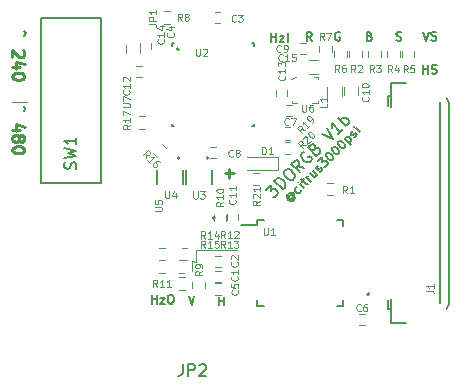
<source format=gto>
G04 #@! TF.GenerationSoftware,KiCad,Pcbnew,(5.1.0)-1*
G04 #@! TF.CreationDate,2020-06-02T11:39:52-04:00*
G04 #@! TF.ProjectId,ThreeDeeO,54687265-6544-4656-954f-2e6b69636164,rev?*
G04 #@! TF.SameCoordinates,Original*
G04 #@! TF.FileFunction,Legend,Top*
G04 #@! TF.FilePolarity,Positive*
%FSLAX46Y46*%
G04 Gerber Fmt 4.6, Leading zero omitted, Abs format (unit mm)*
G04 Created by KiCad (PCBNEW (5.1.0)-1) date 2020-06-02 11:39:52*
%MOMM*%
%LPD*%
G04 APERTURE LIST*
%ADD10C,0.150000*%
%ADD11C,0.250000*%
%ADD12C,0.120000*%
%ADD13C,0.187500*%
%ADD14C,0.127000*%
%ADD15C,0.200000*%
%ADD16C,0.100000*%
G04 APERTURE END LIST*
D10*
X137352380Y-52809523D02*
X137495238Y-53000000D01*
X137352380Y-53190476D01*
X137292380Y-59199523D02*
X137435238Y-59390000D01*
X137292380Y-59580476D01*
D11*
X137004285Y-61158095D02*
X136337619Y-61158095D01*
X137385238Y-60920000D02*
X136670952Y-60681904D01*
X136670952Y-61300952D01*
X136909047Y-61824761D02*
X136956666Y-61729523D01*
X137004285Y-61681904D01*
X137099523Y-61634285D01*
X137147142Y-61634285D01*
X137242380Y-61681904D01*
X137290000Y-61729523D01*
X137337619Y-61824761D01*
X137337619Y-62015238D01*
X137290000Y-62110476D01*
X137242380Y-62158095D01*
X137147142Y-62205714D01*
X137099523Y-62205714D01*
X137004285Y-62158095D01*
X136956666Y-62110476D01*
X136909047Y-62015238D01*
X136909047Y-61824761D01*
X136861428Y-61729523D01*
X136813809Y-61681904D01*
X136718571Y-61634285D01*
X136528095Y-61634285D01*
X136432857Y-61681904D01*
X136385238Y-61729523D01*
X136337619Y-61824761D01*
X136337619Y-62015238D01*
X136385238Y-62110476D01*
X136432857Y-62158095D01*
X136528095Y-62205714D01*
X136718571Y-62205714D01*
X136813809Y-62158095D01*
X136861428Y-62110476D01*
X136909047Y-62015238D01*
X137337619Y-62824761D02*
X137337619Y-62920000D01*
X137290000Y-63015238D01*
X137242380Y-63062857D01*
X137147142Y-63110476D01*
X136956666Y-63158095D01*
X136718571Y-63158095D01*
X136528095Y-63110476D01*
X136432857Y-63062857D01*
X136385238Y-63015238D01*
X136337619Y-62920000D01*
X136337619Y-62824761D01*
X136385238Y-62729523D01*
X136432857Y-62681904D01*
X136528095Y-62634285D01*
X136718571Y-62586666D01*
X136956666Y-62586666D01*
X137147142Y-62634285D01*
X137242380Y-62681904D01*
X137290000Y-62729523D01*
X137337619Y-62824761D01*
D12*
X137600000Y-58780000D02*
X136310000Y-58790000D01*
D11*
X137242380Y-54451904D02*
X137290000Y-54499523D01*
X137337619Y-54594761D01*
X137337619Y-54832857D01*
X137290000Y-54928095D01*
X137242380Y-54975714D01*
X137147142Y-55023333D01*
X137051904Y-55023333D01*
X136909047Y-54975714D01*
X136337619Y-54404285D01*
X136337619Y-55023333D01*
X137004285Y-55880476D02*
X136337619Y-55880476D01*
X137385238Y-55642380D02*
X136670952Y-55404285D01*
X136670952Y-56023333D01*
X137337619Y-56594761D02*
X137337619Y-56690000D01*
X137290000Y-56785238D01*
X137242380Y-56832857D01*
X137147142Y-56880476D01*
X136956666Y-56928095D01*
X136718571Y-56928095D01*
X136528095Y-56880476D01*
X136432857Y-56832857D01*
X136385238Y-56785238D01*
X136337619Y-56690000D01*
X136337619Y-56594761D01*
X136385238Y-56499523D01*
X136432857Y-56451904D01*
X136528095Y-56404285D01*
X136718571Y-56356666D01*
X136956666Y-56356666D01*
X137147142Y-56404285D01*
X137242380Y-56451904D01*
X137290000Y-56499523D01*
X137337619Y-56594761D01*
X154319047Y-64871428D02*
X155080952Y-64871428D01*
X154700000Y-65252380D02*
X154700000Y-64490476D01*
D13*
X171092857Y-52864285D02*
X171342857Y-53614285D01*
X171592857Y-52864285D01*
X171807142Y-53578571D02*
X171914285Y-53614285D01*
X172092857Y-53614285D01*
X172164285Y-53578571D01*
X172200000Y-53542857D01*
X172235714Y-53471428D01*
X172235714Y-53400000D01*
X172200000Y-53328571D01*
X172164285Y-53292857D01*
X172092857Y-53257142D01*
X171950000Y-53221428D01*
X171878571Y-53185714D01*
X171842857Y-53150000D01*
X171807142Y-53078571D01*
X171807142Y-53007142D01*
X171842857Y-52935714D01*
X171878571Y-52900000D01*
X171950000Y-52864285D01*
X172128571Y-52864285D01*
X172235714Y-52900000D01*
X171078571Y-56414285D02*
X171078571Y-55664285D01*
X171078571Y-56021428D02*
X171507142Y-56021428D01*
X171507142Y-56414285D02*
X171507142Y-55664285D01*
X171828571Y-56378571D02*
X171935714Y-56414285D01*
X172114285Y-56414285D01*
X172185714Y-56378571D01*
X172221428Y-56342857D01*
X172257142Y-56271428D01*
X172257142Y-56200000D01*
X172221428Y-56128571D01*
X172185714Y-56092857D01*
X172114285Y-56057142D01*
X171971428Y-56021428D01*
X171900000Y-55985714D01*
X171864285Y-55950000D01*
X171828571Y-55878571D01*
X171828571Y-55807142D01*
X171864285Y-55735714D01*
X171900000Y-55700000D01*
X171971428Y-55664285D01*
X172150000Y-55664285D01*
X172257142Y-55700000D01*
D10*
X159961230Y-66663515D02*
X159910722Y-66663515D01*
X159834961Y-66688769D01*
X159784453Y-66739277D01*
X159759199Y-66815038D01*
X159759199Y-66865546D01*
X159784453Y-66941307D01*
X159834961Y-66991815D01*
X159910722Y-67017069D01*
X159961230Y-67017069D01*
X160036991Y-66991815D01*
X160087499Y-66941307D01*
X160112753Y-66865546D01*
X160112753Y-66815038D01*
X159910722Y-66613008D02*
X160112753Y-66815038D01*
X160163260Y-66815038D01*
X160188514Y-66789784D01*
X160213768Y-66714023D01*
X160188514Y-66638262D01*
X160062245Y-66511993D01*
X159935976Y-66486739D01*
X159809707Y-66511993D01*
X159683438Y-66587754D01*
X159607676Y-66714023D01*
X159582423Y-66840292D01*
X159607676Y-66966561D01*
X159683438Y-67092830D01*
X159809707Y-67168592D01*
X159935976Y-67193845D01*
X160062245Y-67168592D01*
X160188514Y-67092830D01*
X160264276Y-66966561D01*
X160289529Y-66840292D01*
X160769352Y-66309962D02*
X160744098Y-66385723D01*
X160643083Y-66486739D01*
X160567321Y-66511993D01*
X160516814Y-66511993D01*
X160441052Y-66486739D01*
X160289529Y-66335216D01*
X160264276Y-66259454D01*
X160264276Y-66208947D01*
X160289529Y-66133185D01*
X160390545Y-66032170D01*
X160466306Y-66006916D01*
X161021890Y-66107931D02*
X160668337Y-65754378D01*
X160491560Y-65577601D02*
X160491560Y-65628109D01*
X160542068Y-65628109D01*
X160542068Y-65577601D01*
X160491560Y-65577601D01*
X160542068Y-65628109D01*
X160845113Y-65577601D02*
X161047144Y-65375571D01*
X160744098Y-65325063D02*
X161198667Y-65779632D01*
X161274428Y-65804886D01*
X161350190Y-65779632D01*
X161400697Y-65729124D01*
X161577474Y-65552348D02*
X161223920Y-65198794D01*
X161324936Y-65299809D02*
X161299682Y-65224048D01*
X161299682Y-65173540D01*
X161324936Y-65097779D01*
X161375443Y-65047271D01*
X161779504Y-64643210D02*
X162133058Y-64996764D01*
X161552220Y-64870495D02*
X161830012Y-65148287D01*
X161905773Y-65173540D01*
X161981535Y-65148287D01*
X162057296Y-65072525D01*
X162082550Y-64996764D01*
X162082550Y-64946256D01*
X162335088Y-64744226D02*
X162410850Y-64718972D01*
X162511865Y-64617956D01*
X162537119Y-64542195D01*
X162511865Y-64466434D01*
X162486611Y-64441180D01*
X162410850Y-64415926D01*
X162335088Y-64441180D01*
X162259327Y-64516941D01*
X162183565Y-64542195D01*
X162107804Y-64516941D01*
X162082550Y-64491687D01*
X162057296Y-64415926D01*
X162082550Y-64340165D01*
X162158312Y-64264403D01*
X162234073Y-64239149D01*
X162234073Y-63835088D02*
X162562373Y-63506789D01*
X162587626Y-63885596D01*
X162663388Y-63809834D01*
X162739149Y-63784581D01*
X162789657Y-63784581D01*
X162865418Y-63809834D01*
X162991687Y-63936104D01*
X163016941Y-64011865D01*
X163016941Y-64062373D01*
X162991687Y-64138134D01*
X162840165Y-64289657D01*
X162764403Y-64314911D01*
X162713895Y-64314911D01*
X162890672Y-63178489D02*
X162941180Y-63127981D01*
X163016941Y-63102728D01*
X163067449Y-63102728D01*
X163143210Y-63127981D01*
X163269479Y-63203743D01*
X163395748Y-63330012D01*
X163471510Y-63456281D01*
X163496764Y-63532043D01*
X163496764Y-63582550D01*
X163471510Y-63658312D01*
X163421002Y-63708819D01*
X163345241Y-63734073D01*
X163294733Y-63734073D01*
X163218972Y-63708819D01*
X163092703Y-63633058D01*
X162966434Y-63506789D01*
X162890672Y-63380520D01*
X162865418Y-63304758D01*
X162865418Y-63254251D01*
X162890672Y-63178489D01*
X163395748Y-62673413D02*
X163446256Y-62622905D01*
X163522018Y-62597651D01*
X163572525Y-62597651D01*
X163648287Y-62622905D01*
X163774556Y-62698667D01*
X163900825Y-62824936D01*
X163976586Y-62951205D01*
X164001840Y-63026966D01*
X164001840Y-63077474D01*
X163976586Y-63153235D01*
X163926079Y-63203743D01*
X163850317Y-63228997D01*
X163799809Y-63228997D01*
X163724048Y-63203743D01*
X163597779Y-63127981D01*
X163471510Y-63001712D01*
X163395748Y-62875443D01*
X163370495Y-62799682D01*
X163370495Y-62749174D01*
X163395748Y-62673413D01*
X163900825Y-62168337D02*
X163951332Y-62117829D01*
X164027094Y-62092575D01*
X164077601Y-62092575D01*
X164153363Y-62117829D01*
X164279632Y-62193590D01*
X164405901Y-62319859D01*
X164481662Y-62446129D01*
X164506916Y-62521890D01*
X164506916Y-62572398D01*
X164481662Y-62648159D01*
X164431155Y-62698667D01*
X164355393Y-62723920D01*
X164304886Y-62723920D01*
X164229124Y-62698667D01*
X164102855Y-62622905D01*
X163976586Y-62496636D01*
X163900825Y-62370367D01*
X163875571Y-62294606D01*
X163875571Y-62244098D01*
X163900825Y-62168337D01*
X164481662Y-61941052D02*
X165011993Y-62471382D01*
X164506916Y-61966306D02*
X164532170Y-61890545D01*
X164633185Y-61789529D01*
X164708947Y-61764276D01*
X164759454Y-61764276D01*
X164835216Y-61789529D01*
X164986739Y-61941052D01*
X165011993Y-62016814D01*
X165011993Y-62067321D01*
X164986739Y-62143083D01*
X164885723Y-62244098D01*
X164809962Y-62269352D01*
X165264531Y-61814783D02*
X165340292Y-61789529D01*
X165441307Y-61688514D01*
X165466561Y-61612753D01*
X165441307Y-61536991D01*
X165416054Y-61511737D01*
X165340292Y-61486484D01*
X165264531Y-61511737D01*
X165188769Y-61587499D01*
X165113008Y-61612753D01*
X165037246Y-61587499D01*
X165011993Y-61562245D01*
X164986739Y-61486484D01*
X165011993Y-61410722D01*
X165087754Y-61334961D01*
X165163515Y-61309707D01*
X165744353Y-61385468D02*
X165390800Y-61031915D01*
X165214023Y-60855138D02*
X165214023Y-60905646D01*
X165264531Y-60905646D01*
X165264531Y-60855138D01*
X165214023Y-60855138D01*
X165264531Y-60905646D01*
X157763450Y-66262098D02*
X158201183Y-65824366D01*
X158234855Y-66329442D01*
X158335870Y-66228427D01*
X158436885Y-66194755D01*
X158504229Y-66194755D01*
X158605244Y-66228427D01*
X158773603Y-66396785D01*
X158807275Y-66497801D01*
X158807275Y-66565144D01*
X158773603Y-66666159D01*
X158571572Y-66868190D01*
X158470557Y-66901862D01*
X158403214Y-66901862D01*
X159211336Y-66228427D02*
X158504229Y-65521320D01*
X158672588Y-65352961D01*
X158807275Y-65285618D01*
X158941962Y-65285618D01*
X159042977Y-65319289D01*
X159211336Y-65420305D01*
X159312351Y-65521320D01*
X159413366Y-65689679D01*
X159447038Y-65790694D01*
X159447038Y-65925381D01*
X159379694Y-66060068D01*
X159211336Y-66228427D01*
X159346023Y-64679526D02*
X159480710Y-64544839D01*
X159581725Y-64511167D01*
X159716412Y-64511167D01*
X159884771Y-64612183D01*
X160120473Y-64847885D01*
X160221488Y-65016244D01*
X160221488Y-65150931D01*
X160187816Y-65251946D01*
X160053129Y-65386633D01*
X159952114Y-65420305D01*
X159817427Y-65420305D01*
X159649068Y-65319289D01*
X159413366Y-65083587D01*
X159312351Y-64915228D01*
X159312351Y-64780541D01*
X159346023Y-64679526D01*
X161063282Y-64376480D02*
X160490862Y-64275465D01*
X160659221Y-64780541D02*
X159952114Y-64073435D01*
X160221488Y-63804061D01*
X160322503Y-63770389D01*
X160389847Y-63770389D01*
X160490862Y-63804061D01*
X160591877Y-63905076D01*
X160625549Y-64006091D01*
X160625549Y-64073435D01*
X160591877Y-64174450D01*
X160322503Y-64443824D01*
X161063282Y-63029610D02*
X160962267Y-63063282D01*
X160861251Y-63164297D01*
X160793908Y-63298984D01*
X160793908Y-63433671D01*
X160827580Y-63534687D01*
X160928595Y-63703045D01*
X161029610Y-63804061D01*
X161197969Y-63905076D01*
X161298984Y-63938748D01*
X161433671Y-63938748D01*
X161568358Y-63871404D01*
X161635702Y-63804061D01*
X161703045Y-63669374D01*
X161703045Y-63602030D01*
X161467343Y-63366328D01*
X161332656Y-63501015D01*
X161938748Y-62760236D02*
X162073435Y-62692893D01*
X162140778Y-62692893D01*
X162241793Y-62726564D01*
X162342809Y-62827580D01*
X162376480Y-62928595D01*
X162376480Y-62995938D01*
X162342809Y-63096954D01*
X162073435Y-63366328D01*
X161366328Y-62659221D01*
X161602030Y-62423519D01*
X161703045Y-62389847D01*
X161770389Y-62389847D01*
X161871404Y-62423519D01*
X161938748Y-62490862D01*
X161972419Y-62591877D01*
X161972419Y-62659221D01*
X161938748Y-62760236D01*
X161703045Y-62995938D01*
X162511167Y-61514381D02*
X163453976Y-61985786D01*
X162982572Y-61042977D01*
X164295770Y-61143992D02*
X163891709Y-61548053D01*
X164093740Y-61346023D02*
X163386633Y-60638916D01*
X163420305Y-60807275D01*
X163420305Y-60941962D01*
X163386633Y-61042977D01*
X164598816Y-60840946D02*
X163891709Y-60133840D01*
X164161083Y-60403214D02*
X164194755Y-60302198D01*
X164329442Y-60167511D01*
X164430457Y-60133840D01*
X164497801Y-60133840D01*
X164598816Y-60167511D01*
X164800846Y-60369542D01*
X164834518Y-60470557D01*
X164834518Y-60537901D01*
X164800846Y-60638916D01*
X164666159Y-60773603D01*
X164565144Y-60807275D01*
D12*
X151860000Y-71370000D02*
X155340000Y-71370000D01*
X151860000Y-72330000D02*
X151860000Y-71370000D01*
X151570000Y-72320000D02*
X151860000Y-72330000D01*
X151570000Y-73100000D02*
X151570000Y-72320000D01*
D13*
X158233571Y-53709285D02*
X158233571Y-52959285D01*
X158233571Y-53316428D02*
X158662142Y-53316428D01*
X158662142Y-53709285D02*
X158662142Y-52959285D01*
X158947857Y-53209285D02*
X159340714Y-53209285D01*
X158947857Y-53709285D01*
X159340714Y-53709285D01*
X159626428Y-53709285D02*
X159626428Y-52959285D01*
X161682142Y-53639285D02*
X161432142Y-53282142D01*
X161253571Y-53639285D02*
X161253571Y-52889285D01*
X161539285Y-52889285D01*
X161610714Y-52925000D01*
X161646428Y-52960714D01*
X161682142Y-53032142D01*
X161682142Y-53139285D01*
X161646428Y-53210714D01*
X161610714Y-53246428D01*
X161539285Y-53282142D01*
X161253571Y-53282142D01*
D10*
X148129285Y-75889285D02*
X148129285Y-75139285D01*
X148129285Y-75496428D02*
X148557857Y-75496428D01*
X148557857Y-75889285D02*
X148557857Y-75139285D01*
X148843571Y-75389285D02*
X149236428Y-75389285D01*
X148843571Y-75889285D01*
X149236428Y-75889285D01*
X149665000Y-75139285D02*
X149807857Y-75139285D01*
X149879285Y-75175000D01*
X149950714Y-75246428D01*
X149986428Y-75389285D01*
X149986428Y-75639285D01*
X149950714Y-75782142D01*
X149879285Y-75853571D01*
X149807857Y-75889285D01*
X149665000Y-75889285D01*
X149593571Y-75853571D01*
X149522142Y-75782142D01*
X149486428Y-75639285D01*
X149486428Y-75389285D01*
X149522142Y-75246428D01*
X149593571Y-75175000D01*
X149665000Y-75139285D01*
X151250000Y-75239285D02*
X151500000Y-75989285D01*
X151750000Y-75239285D01*
X153835714Y-76039285D02*
X153835714Y-75289285D01*
X153835714Y-75646428D02*
X154264285Y-75646428D01*
X154264285Y-76039285D02*
X154264285Y-75289285D01*
D13*
X169264285Y-52921428D02*
X169157142Y-52885714D01*
X168978571Y-52885714D01*
X168907142Y-52921428D01*
X168871428Y-52957142D01*
X168835714Y-53028571D01*
X168835714Y-53100000D01*
X168871428Y-53171428D01*
X168907142Y-53207142D01*
X168978571Y-53242857D01*
X169121428Y-53278571D01*
X169192857Y-53314285D01*
X169228571Y-53350000D01*
X169264285Y-53421428D01*
X169264285Y-53492857D01*
X169228571Y-53564285D01*
X169192857Y-53600000D01*
X169121428Y-53635714D01*
X168942857Y-53635714D01*
X168835714Y-53600000D01*
X164071428Y-52925000D02*
X164000000Y-52889285D01*
X163892857Y-52889285D01*
X163785714Y-52925000D01*
X163714285Y-52996428D01*
X163678571Y-53067857D01*
X163642857Y-53210714D01*
X163642857Y-53317857D01*
X163678571Y-53460714D01*
X163714285Y-53532142D01*
X163785714Y-53603571D01*
X163892857Y-53639285D01*
X163964285Y-53639285D01*
X164071428Y-53603571D01*
X164107142Y-53567857D01*
X164107142Y-53317857D01*
X163964285Y-53317857D01*
X166578571Y-53271428D02*
X166685714Y-53307142D01*
X166721428Y-53342857D01*
X166757142Y-53414285D01*
X166757142Y-53521428D01*
X166721428Y-53592857D01*
X166685714Y-53628571D01*
X166614285Y-53664285D01*
X166328571Y-53664285D01*
X166328571Y-52914285D01*
X166578571Y-52914285D01*
X166650000Y-52950000D01*
X166685714Y-52985714D01*
X166721428Y-53057142D01*
X166721428Y-53128571D01*
X166685714Y-53200000D01*
X166650000Y-53235714D01*
X166578571Y-53271428D01*
X166328571Y-53271428D01*
D14*
X150030000Y-53860000D02*
X149830000Y-53860000D01*
X149830000Y-53860000D02*
X149830000Y-54060000D01*
X149830000Y-60660000D02*
X149830000Y-60860000D01*
X149830000Y-60860000D02*
X150030000Y-60860000D01*
X156630000Y-60860000D02*
X156830000Y-60860000D01*
X156830000Y-60860000D02*
X156830000Y-60660000D01*
X156830000Y-54060000D02*
X156830000Y-53860000D01*
X156830000Y-53860000D02*
X156630000Y-53860000D01*
D15*
X150430000Y-54360000D02*
G75*
G03X150430000Y-54360000I-100000J0D01*
G01*
D14*
X153478580Y-68633000D02*
G75*
G03X153478580Y-68633000I-108580J0D01*
G01*
D16*
X159980000Y-58750000D02*
X159980000Y-58900000D01*
X159980000Y-58900000D02*
X160430000Y-58900000D01*
X162180000Y-58750000D02*
X162180000Y-58900000D01*
X162180000Y-58900000D02*
X161730000Y-58900000D01*
X162180000Y-56900000D02*
X162180000Y-56700000D01*
X162180000Y-56700000D02*
X161830000Y-56700000D01*
X160230000Y-56700000D02*
X160380000Y-56700000D01*
X160230000Y-56700000D02*
X160030000Y-56900000D01*
X160030000Y-56900000D02*
X159880000Y-56900000D01*
D12*
X163500000Y-65670000D02*
X163000000Y-65670000D01*
X163000000Y-66730000D02*
X163500000Y-66730000D01*
X161150000Y-53790000D02*
X160650000Y-53790000D01*
X160650000Y-54730000D02*
X161150000Y-54730000D01*
X162290000Y-54110000D02*
X162290000Y-54610000D01*
X163350000Y-54610000D02*
X163350000Y-54110000D01*
X164630000Y-54990000D02*
X164630000Y-54490000D01*
X163570000Y-54490000D02*
X163570000Y-54990000D01*
X164200000Y-57575000D02*
X164200000Y-58275000D01*
X163000000Y-58275000D02*
X163000000Y-57575000D01*
X164425000Y-58250000D02*
X164425000Y-57550000D01*
X165625000Y-57550000D02*
X165625000Y-58250000D01*
X164870000Y-54500000D02*
X164870000Y-55000000D01*
X165930000Y-55000000D02*
X165930000Y-54500000D01*
X167530000Y-55000000D02*
X167530000Y-54500000D01*
X166470000Y-54500000D02*
X166470000Y-55000000D01*
X169130000Y-55000000D02*
X169130000Y-54500000D01*
X168070000Y-54500000D02*
X168070000Y-55000000D01*
X170355000Y-55000000D02*
X170355000Y-54500000D01*
X169295000Y-54500000D02*
X169295000Y-55000000D01*
X153500000Y-75120000D02*
X154000000Y-75120000D01*
X154000000Y-74180000D02*
X153500000Y-74180000D01*
X154000000Y-73130000D02*
X153500000Y-73130000D01*
X153500000Y-74070000D02*
X154000000Y-74070000D01*
X153500000Y-72770000D02*
X154000000Y-72770000D01*
X154000000Y-71830000D02*
X153500000Y-71830000D01*
D10*
X157075000Y-68825000D02*
X157075000Y-69250000D01*
X164325000Y-68825000D02*
X164325000Y-69350000D01*
X164325000Y-76075000D02*
X164325000Y-75550000D01*
X157075000Y-76075000D02*
X157075000Y-75550000D01*
X157075000Y-68825000D02*
X157600000Y-68825000D01*
X157075000Y-76075000D02*
X157600000Y-76075000D01*
X164325000Y-76075000D02*
X163800000Y-76075000D01*
X164325000Y-68825000D02*
X163800000Y-68825000D01*
X157075000Y-69250000D02*
X155700000Y-69250000D01*
D14*
X168370000Y-77500000D02*
X168370000Y-75470000D01*
X168370000Y-59210000D02*
X168370000Y-57200000D01*
X172570000Y-58800000D02*
X172570000Y-75820000D01*
X173320000Y-75900000D02*
X173320000Y-58890000D01*
X173319997Y-75900748D02*
G75*
G02X173090000Y-76330000I-516957J748D01*
G01*
X173319997Y-58939252D02*
G75*
G03X173090000Y-58510000I-516957J-748D01*
G01*
X168370000Y-77500000D02*
X169690000Y-77500000D01*
X168370000Y-57200000D02*
X169690000Y-57200000D01*
D15*
X166550000Y-75100000D02*
G75*
G03X166550000Y-75100000I-100000J0D01*
G01*
D14*
X168320000Y-76350000D02*
X168120000Y-76350000D01*
X168120000Y-76350000D02*
X168120000Y-75550000D01*
X168320000Y-58350000D02*
X168120000Y-58350000D01*
X168120000Y-58350000D02*
X168120000Y-59150000D01*
D12*
X165650000Y-77720000D02*
X166150000Y-77720000D01*
X166150000Y-76780000D02*
X165650000Y-76780000D01*
X155400000Y-68800000D02*
X155400000Y-68300000D01*
X154460000Y-68300000D02*
X154460000Y-68800000D01*
X151550000Y-74100000D02*
X151550000Y-74600000D01*
X152610000Y-74600000D02*
X152610000Y-74100000D01*
X153370000Y-68400000D02*
X153370000Y-68900000D01*
X154430000Y-68900000D02*
X154430000Y-68400000D01*
X150410000Y-74700000D02*
X150910000Y-74700000D01*
X150910000Y-73640000D02*
X150410000Y-73640000D01*
X150650000Y-72230000D02*
X151150000Y-72230000D01*
X151150000Y-71170000D02*
X150650000Y-71170000D01*
X150900000Y-72220000D02*
X150400000Y-72220000D01*
X150400000Y-73280000D02*
X150900000Y-73280000D01*
X149250000Y-71170000D02*
X148750000Y-71170000D01*
X148750000Y-72230000D02*
X149250000Y-72230000D01*
X149250000Y-72220000D02*
X148750000Y-72220000D01*
X148750000Y-73280000D02*
X149250000Y-73280000D01*
D14*
X153274000Y-64550000D02*
X153274000Y-65750000D01*
X151026000Y-65750000D02*
X151026000Y-64550000D01*
D15*
X152950000Y-63550000D02*
G75*
G03X152950000Y-63550000I-100000J0D01*
G01*
X150490000Y-63550000D02*
G75*
G03X150490000Y-63550000I-100000J0D01*
G01*
D14*
X148566000Y-65750000D02*
X148566000Y-64550000D01*
X150814000Y-64550000D02*
X150814000Y-65750000D01*
D12*
X153450000Y-52170000D02*
X153950000Y-52170000D01*
X153950000Y-51230000D02*
X153450000Y-51230000D01*
X147130000Y-53810000D02*
X147130000Y-54310000D01*
X148070000Y-54310000D02*
X148070000Y-53810000D01*
X160000000Y-59080000D02*
X159500000Y-59080000D01*
X159500000Y-60020000D02*
X160000000Y-60020000D01*
X153050000Y-63570000D02*
X153550000Y-63570000D01*
X153550000Y-62630000D02*
X153050000Y-62630000D01*
X147300000Y-55780000D02*
X146800000Y-55780000D01*
X146800000Y-56720000D02*
X147300000Y-56720000D01*
X159620000Y-58300000D02*
X159620000Y-57800000D01*
X158680000Y-57800000D02*
X158680000Y-58300000D01*
X149650000Y-51120000D02*
X149150000Y-51120000D01*
X149150000Y-52180000D02*
X149650000Y-52180000D01*
X145930000Y-54700000D02*
X145930000Y-54000000D01*
X147130000Y-54000000D02*
X147130000Y-54700000D01*
X162180000Y-56440000D02*
X161480000Y-56440000D01*
X161480000Y-55240000D02*
X162180000Y-55240000D01*
X148228457Y-63107990D02*
X148582010Y-63461543D01*
X149331543Y-62712010D02*
X148977990Y-62358457D01*
X147030000Y-61070000D02*
X147530000Y-61070000D01*
X147530000Y-60010000D02*
X147030000Y-60010000D01*
X159875000Y-60970000D02*
X159375000Y-60970000D01*
X159375000Y-62030000D02*
X159875000Y-62030000D01*
X159375000Y-63230000D02*
X159875000Y-63230000D01*
X159875000Y-62170000D02*
X159375000Y-62170000D01*
X158825000Y-64550000D02*
X158825000Y-63450000D01*
X158825000Y-63450000D02*
X156225000Y-63450000D01*
X158825000Y-64550000D02*
X156225000Y-64550000D01*
X156725000Y-65880000D02*
X157225000Y-65880000D01*
X157225000Y-64820000D02*
X156725000Y-64820000D01*
D10*
X143800000Y-51730000D02*
X143800000Y-65700000D01*
X143800000Y-65700000D02*
X138720000Y-65700000D01*
X138720000Y-65700000D02*
X138720000Y-51730000D01*
X138720000Y-51730000D02*
X143800000Y-51730000D01*
D16*
X151872857Y-54311428D02*
X151872857Y-54797142D01*
X151901428Y-54854285D01*
X151930000Y-54882857D01*
X151987142Y-54911428D01*
X152101428Y-54911428D01*
X152158571Y-54882857D01*
X152187142Y-54854285D01*
X152215714Y-54797142D01*
X152215714Y-54311428D01*
X152472857Y-54368571D02*
X152501428Y-54340000D01*
X152558571Y-54311428D01*
X152701428Y-54311428D01*
X152758571Y-54340000D01*
X152787142Y-54368571D01*
X152815714Y-54425714D01*
X152815714Y-54482857D01*
X152787142Y-54568571D01*
X152444285Y-54911428D01*
X152815714Y-54911428D01*
X147911428Y-52220000D02*
X148340000Y-52220000D01*
X148425714Y-52248571D01*
X148482857Y-52305714D01*
X148511428Y-52391428D01*
X148511428Y-52448571D01*
X148511428Y-51934285D02*
X147911428Y-51934285D01*
X147911428Y-51705714D01*
X147940000Y-51648571D01*
X147968571Y-51620000D01*
X148025714Y-51591428D01*
X148111428Y-51591428D01*
X148168571Y-51620000D01*
X148197142Y-51648571D01*
X148225714Y-51705714D01*
X148225714Y-51934285D01*
X148511428Y-51020000D02*
X148511428Y-51362857D01*
X148511428Y-51191428D02*
X147911428Y-51191428D01*
X147997142Y-51248571D01*
X148054285Y-51305714D01*
X148082857Y-51362857D01*
X148391428Y-68057142D02*
X148877142Y-68057142D01*
X148934285Y-68028571D01*
X148962857Y-68000000D01*
X148991428Y-67942857D01*
X148991428Y-67828571D01*
X148962857Y-67771428D01*
X148934285Y-67742857D01*
X148877142Y-67714285D01*
X148391428Y-67714285D01*
X148391428Y-67142857D02*
X148391428Y-67428571D01*
X148677142Y-67457142D01*
X148648571Y-67428571D01*
X148620000Y-67371428D01*
X148620000Y-67228571D01*
X148648571Y-67171428D01*
X148677142Y-67142857D01*
X148734285Y-67114285D01*
X148877142Y-67114285D01*
X148934285Y-67142857D01*
X148962857Y-67171428D01*
X148991428Y-67228571D01*
X148991428Y-67371428D01*
X148962857Y-67428571D01*
X148934285Y-67457142D01*
X160862857Y-59051428D02*
X160862857Y-59537142D01*
X160891428Y-59594285D01*
X160920000Y-59622857D01*
X160977142Y-59651428D01*
X161091428Y-59651428D01*
X161148571Y-59622857D01*
X161177142Y-59594285D01*
X161205714Y-59537142D01*
X161205714Y-59051428D01*
X161748571Y-59051428D02*
X161634285Y-59051428D01*
X161577142Y-59080000D01*
X161548571Y-59108571D01*
X161491428Y-59194285D01*
X161462857Y-59308571D01*
X161462857Y-59537142D01*
X161491428Y-59594285D01*
X161520000Y-59622857D01*
X161577142Y-59651428D01*
X161691428Y-59651428D01*
X161748571Y-59622857D01*
X161777142Y-59594285D01*
X161805714Y-59537142D01*
X161805714Y-59394285D01*
X161777142Y-59337142D01*
X161748571Y-59308571D01*
X161691428Y-59280000D01*
X161577142Y-59280000D01*
X161520000Y-59308571D01*
X161491428Y-59337142D01*
X161462857Y-59394285D01*
X145701428Y-59277142D02*
X146187142Y-59277142D01*
X146244285Y-59248571D01*
X146272857Y-59220000D01*
X146301428Y-59162857D01*
X146301428Y-59048571D01*
X146272857Y-58991428D01*
X146244285Y-58962857D01*
X146187142Y-58934285D01*
X145701428Y-58934285D01*
X145701428Y-58705714D02*
X145701428Y-58305714D01*
X146301428Y-58562857D01*
X164650000Y-66521428D02*
X164450000Y-66235714D01*
X164307142Y-66521428D02*
X164307142Y-65921428D01*
X164535714Y-65921428D01*
X164592857Y-65950000D01*
X164621428Y-65978571D01*
X164650000Y-66035714D01*
X164650000Y-66121428D01*
X164621428Y-66178571D01*
X164592857Y-66207142D01*
X164535714Y-66235714D01*
X164307142Y-66235714D01*
X165221428Y-66521428D02*
X164878571Y-66521428D01*
X165050000Y-66521428D02*
X165050000Y-65921428D01*
X164992857Y-66007142D01*
X164935714Y-66064285D01*
X164878571Y-66092857D01*
X159060000Y-54544285D02*
X159031428Y-54572857D01*
X158945714Y-54601428D01*
X158888571Y-54601428D01*
X158802857Y-54572857D01*
X158745714Y-54515714D01*
X158717142Y-54458571D01*
X158688571Y-54344285D01*
X158688571Y-54258571D01*
X158717142Y-54144285D01*
X158745714Y-54087142D01*
X158802857Y-54030000D01*
X158888571Y-54001428D01*
X158945714Y-54001428D01*
X159031428Y-54030000D01*
X159060000Y-54058571D01*
X159345714Y-54601428D02*
X159460000Y-54601428D01*
X159517142Y-54572857D01*
X159545714Y-54544285D01*
X159602857Y-54458571D01*
X159631428Y-54344285D01*
X159631428Y-54115714D01*
X159602857Y-54058571D01*
X159574285Y-54030000D01*
X159517142Y-54001428D01*
X159402857Y-54001428D01*
X159345714Y-54030000D01*
X159317142Y-54058571D01*
X159288571Y-54115714D01*
X159288571Y-54258571D01*
X159317142Y-54315714D01*
X159345714Y-54344285D01*
X159402857Y-54372857D01*
X159517142Y-54372857D01*
X159574285Y-54344285D01*
X159602857Y-54315714D01*
X159631428Y-54258571D01*
X162720000Y-53551428D02*
X162520000Y-53265714D01*
X162377142Y-53551428D02*
X162377142Y-52951428D01*
X162605714Y-52951428D01*
X162662857Y-52980000D01*
X162691428Y-53008571D01*
X162720000Y-53065714D01*
X162720000Y-53151428D01*
X162691428Y-53208571D01*
X162662857Y-53237142D01*
X162605714Y-53265714D01*
X162377142Y-53265714D01*
X162920000Y-52951428D02*
X163320000Y-52951428D01*
X163062857Y-53551428D01*
X164000000Y-56271428D02*
X163800000Y-55985714D01*
X163657142Y-56271428D02*
X163657142Y-55671428D01*
X163885714Y-55671428D01*
X163942857Y-55700000D01*
X163971428Y-55728571D01*
X164000000Y-55785714D01*
X164000000Y-55871428D01*
X163971428Y-55928571D01*
X163942857Y-55957142D01*
X163885714Y-55985714D01*
X163657142Y-55985714D01*
X164514285Y-55671428D02*
X164400000Y-55671428D01*
X164342857Y-55700000D01*
X164314285Y-55728571D01*
X164257142Y-55814285D01*
X164228571Y-55928571D01*
X164228571Y-56157142D01*
X164257142Y-56214285D01*
X164285714Y-56242857D01*
X164342857Y-56271428D01*
X164457142Y-56271428D01*
X164514285Y-56242857D01*
X164542857Y-56214285D01*
X164571428Y-56157142D01*
X164571428Y-56014285D01*
X164542857Y-55957142D01*
X164514285Y-55928571D01*
X164457142Y-55900000D01*
X164342857Y-55900000D01*
X164285714Y-55928571D01*
X164257142Y-55957142D01*
X164228571Y-56014285D01*
X162946428Y-58950000D02*
X162946428Y-59235714D01*
X162346428Y-59235714D01*
X162946428Y-58435714D02*
X162946428Y-58778571D01*
X162946428Y-58607142D02*
X162346428Y-58607142D01*
X162432142Y-58664285D01*
X162489285Y-58721428D01*
X162517857Y-58778571D01*
X166439285Y-58385714D02*
X166467857Y-58414285D01*
X166496428Y-58500000D01*
X166496428Y-58557142D01*
X166467857Y-58642857D01*
X166410714Y-58700000D01*
X166353571Y-58728571D01*
X166239285Y-58757142D01*
X166153571Y-58757142D01*
X166039285Y-58728571D01*
X165982142Y-58700000D01*
X165925000Y-58642857D01*
X165896428Y-58557142D01*
X165896428Y-58500000D01*
X165925000Y-58414285D01*
X165953571Y-58385714D01*
X166496428Y-57814285D02*
X166496428Y-58157142D01*
X166496428Y-57985714D02*
X165896428Y-57985714D01*
X165982142Y-58042857D01*
X166039285Y-58100000D01*
X166067857Y-58157142D01*
X165896428Y-57442857D02*
X165896428Y-57385714D01*
X165925000Y-57328571D01*
X165953571Y-57300000D01*
X166010714Y-57271428D01*
X166125000Y-57242857D01*
X166267857Y-57242857D01*
X166382142Y-57271428D01*
X166439285Y-57300000D01*
X166467857Y-57328571D01*
X166496428Y-57385714D01*
X166496428Y-57442857D01*
X166467857Y-57500000D01*
X166439285Y-57528571D01*
X166382142Y-57557142D01*
X166267857Y-57585714D01*
X166125000Y-57585714D01*
X166010714Y-57557142D01*
X165953571Y-57528571D01*
X165925000Y-57500000D01*
X165896428Y-57442857D01*
X165360000Y-56301428D02*
X165160000Y-56015714D01*
X165017142Y-56301428D02*
X165017142Y-55701428D01*
X165245714Y-55701428D01*
X165302857Y-55730000D01*
X165331428Y-55758571D01*
X165360000Y-55815714D01*
X165360000Y-55901428D01*
X165331428Y-55958571D01*
X165302857Y-55987142D01*
X165245714Y-56015714D01*
X165017142Y-56015714D01*
X165588571Y-55758571D02*
X165617142Y-55730000D01*
X165674285Y-55701428D01*
X165817142Y-55701428D01*
X165874285Y-55730000D01*
X165902857Y-55758571D01*
X165931428Y-55815714D01*
X165931428Y-55872857D01*
X165902857Y-55958571D01*
X165560000Y-56301428D01*
X165931428Y-56301428D01*
X166940000Y-56291428D02*
X166740000Y-56005714D01*
X166597142Y-56291428D02*
X166597142Y-55691428D01*
X166825714Y-55691428D01*
X166882857Y-55720000D01*
X166911428Y-55748571D01*
X166940000Y-55805714D01*
X166940000Y-55891428D01*
X166911428Y-55948571D01*
X166882857Y-55977142D01*
X166825714Y-56005714D01*
X166597142Y-56005714D01*
X167140000Y-55691428D02*
X167511428Y-55691428D01*
X167311428Y-55920000D01*
X167397142Y-55920000D01*
X167454285Y-55948571D01*
X167482857Y-55977142D01*
X167511428Y-56034285D01*
X167511428Y-56177142D01*
X167482857Y-56234285D01*
X167454285Y-56262857D01*
X167397142Y-56291428D01*
X167225714Y-56291428D01*
X167168571Y-56262857D01*
X167140000Y-56234285D01*
X168480000Y-56301428D02*
X168280000Y-56015714D01*
X168137142Y-56301428D02*
X168137142Y-55701428D01*
X168365714Y-55701428D01*
X168422857Y-55730000D01*
X168451428Y-55758571D01*
X168480000Y-55815714D01*
X168480000Y-55901428D01*
X168451428Y-55958571D01*
X168422857Y-55987142D01*
X168365714Y-56015714D01*
X168137142Y-56015714D01*
X168994285Y-55901428D02*
X168994285Y-56301428D01*
X168851428Y-55672857D02*
X168708571Y-56101428D01*
X169080000Y-56101428D01*
X169790000Y-56311428D02*
X169590000Y-56025714D01*
X169447142Y-56311428D02*
X169447142Y-55711428D01*
X169675714Y-55711428D01*
X169732857Y-55740000D01*
X169761428Y-55768571D01*
X169790000Y-55825714D01*
X169790000Y-55911428D01*
X169761428Y-55968571D01*
X169732857Y-55997142D01*
X169675714Y-56025714D01*
X169447142Y-56025714D01*
X170332857Y-55711428D02*
X170047142Y-55711428D01*
X170018571Y-55997142D01*
X170047142Y-55968571D01*
X170104285Y-55940000D01*
X170247142Y-55940000D01*
X170304285Y-55968571D01*
X170332857Y-55997142D01*
X170361428Y-56054285D01*
X170361428Y-56197142D01*
X170332857Y-56254285D01*
X170304285Y-56282857D01*
X170247142Y-56311428D01*
X170104285Y-56311428D01*
X170047142Y-56282857D01*
X170018571Y-56254285D01*
X155414285Y-74760000D02*
X155442857Y-74788571D01*
X155471428Y-74874285D01*
X155471428Y-74931428D01*
X155442857Y-75017142D01*
X155385714Y-75074285D01*
X155328571Y-75102857D01*
X155214285Y-75131428D01*
X155128571Y-75131428D01*
X155014285Y-75102857D01*
X154957142Y-75074285D01*
X154900000Y-75017142D01*
X154871428Y-74931428D01*
X154871428Y-74874285D01*
X154900000Y-74788571D01*
X154928571Y-74760000D01*
X154871428Y-74217142D02*
X154871428Y-74502857D01*
X155157142Y-74531428D01*
X155128571Y-74502857D01*
X155100000Y-74445714D01*
X155100000Y-74302857D01*
X155128571Y-74245714D01*
X155157142Y-74217142D01*
X155214285Y-74188571D01*
X155357142Y-74188571D01*
X155414285Y-74217142D01*
X155442857Y-74245714D01*
X155471428Y-74302857D01*
X155471428Y-74445714D01*
X155442857Y-74502857D01*
X155414285Y-74531428D01*
X155374285Y-73580000D02*
X155402857Y-73608571D01*
X155431428Y-73694285D01*
X155431428Y-73751428D01*
X155402857Y-73837142D01*
X155345714Y-73894285D01*
X155288571Y-73922857D01*
X155174285Y-73951428D01*
X155088571Y-73951428D01*
X154974285Y-73922857D01*
X154917142Y-73894285D01*
X154860000Y-73837142D01*
X154831428Y-73751428D01*
X154831428Y-73694285D01*
X154860000Y-73608571D01*
X154888571Y-73580000D01*
X155431428Y-73008571D02*
X155431428Y-73351428D01*
X155431428Y-73180000D02*
X154831428Y-73180000D01*
X154917142Y-73237142D01*
X154974285Y-73294285D01*
X155002857Y-73351428D01*
X155364285Y-72380000D02*
X155392857Y-72408571D01*
X155421428Y-72494285D01*
X155421428Y-72551428D01*
X155392857Y-72637142D01*
X155335714Y-72694285D01*
X155278571Y-72722857D01*
X155164285Y-72751428D01*
X155078571Y-72751428D01*
X154964285Y-72722857D01*
X154907142Y-72694285D01*
X154850000Y-72637142D01*
X154821428Y-72551428D01*
X154821428Y-72494285D01*
X154850000Y-72408571D01*
X154878571Y-72380000D01*
X154878571Y-72151428D02*
X154850000Y-72122857D01*
X154821428Y-72065714D01*
X154821428Y-71922857D01*
X154850000Y-71865714D01*
X154878571Y-71837142D01*
X154935714Y-71808571D01*
X154992857Y-71808571D01*
X155078571Y-71837142D01*
X155421428Y-72180000D01*
X155421428Y-71808571D01*
X157592857Y-69481428D02*
X157592857Y-69967142D01*
X157621428Y-70024285D01*
X157650000Y-70052857D01*
X157707142Y-70081428D01*
X157821428Y-70081428D01*
X157878571Y-70052857D01*
X157907142Y-70024285D01*
X157935714Y-69967142D01*
X157935714Y-69481428D01*
X158535714Y-70081428D02*
X158192857Y-70081428D01*
X158364285Y-70081428D02*
X158364285Y-69481428D01*
X158307142Y-69567142D01*
X158250000Y-69624285D01*
X158192857Y-69652857D01*
X171391428Y-74800000D02*
X171820000Y-74800000D01*
X171905714Y-74828571D01*
X171962857Y-74885714D01*
X171991428Y-74971428D01*
X171991428Y-75028571D01*
X171991428Y-74200000D02*
X171991428Y-74542857D01*
X171991428Y-74371428D02*
X171391428Y-74371428D01*
X171477142Y-74428571D01*
X171534285Y-74485714D01*
X171562857Y-74542857D01*
X165810000Y-76474285D02*
X165781428Y-76502857D01*
X165695714Y-76531428D01*
X165638571Y-76531428D01*
X165552857Y-76502857D01*
X165495714Y-76445714D01*
X165467142Y-76388571D01*
X165438571Y-76274285D01*
X165438571Y-76188571D01*
X165467142Y-76074285D01*
X165495714Y-76017142D01*
X165552857Y-75960000D01*
X165638571Y-75931428D01*
X165695714Y-75931428D01*
X165781428Y-75960000D01*
X165810000Y-75988571D01*
X166324285Y-75931428D02*
X166210000Y-75931428D01*
X166152857Y-75960000D01*
X166124285Y-75988571D01*
X166067142Y-76074285D01*
X166038571Y-76188571D01*
X166038571Y-76417142D01*
X166067142Y-76474285D01*
X166095714Y-76502857D01*
X166152857Y-76531428D01*
X166267142Y-76531428D01*
X166324285Y-76502857D01*
X166352857Y-76474285D01*
X166381428Y-76417142D01*
X166381428Y-76274285D01*
X166352857Y-76217142D01*
X166324285Y-76188571D01*
X166267142Y-76160000D01*
X166152857Y-76160000D01*
X166095714Y-76188571D01*
X166067142Y-76217142D01*
X166038571Y-76274285D01*
X155184285Y-67085714D02*
X155212857Y-67114285D01*
X155241428Y-67200000D01*
X155241428Y-67257142D01*
X155212857Y-67342857D01*
X155155714Y-67400000D01*
X155098571Y-67428571D01*
X154984285Y-67457142D01*
X154898571Y-67457142D01*
X154784285Y-67428571D01*
X154727142Y-67400000D01*
X154670000Y-67342857D01*
X154641428Y-67257142D01*
X154641428Y-67200000D01*
X154670000Y-67114285D01*
X154698571Y-67085714D01*
X155241428Y-66514285D02*
X155241428Y-66857142D01*
X155241428Y-66685714D02*
X154641428Y-66685714D01*
X154727142Y-66742857D01*
X154784285Y-66800000D01*
X154812857Y-66857142D01*
X155241428Y-65942857D02*
X155241428Y-66285714D01*
X155241428Y-66114285D02*
X154641428Y-66114285D01*
X154727142Y-66171428D01*
X154784285Y-66228571D01*
X154812857Y-66285714D01*
X152411428Y-73120000D02*
X152125714Y-73320000D01*
X152411428Y-73462857D02*
X151811428Y-73462857D01*
X151811428Y-73234285D01*
X151840000Y-73177142D01*
X151868571Y-73148571D01*
X151925714Y-73120000D01*
X152011428Y-73120000D01*
X152068571Y-73148571D01*
X152097142Y-73177142D01*
X152125714Y-73234285D01*
X152125714Y-73462857D01*
X152411428Y-72834285D02*
X152411428Y-72720000D01*
X152382857Y-72662857D01*
X152354285Y-72634285D01*
X152268571Y-72577142D01*
X152154285Y-72548571D01*
X151925714Y-72548571D01*
X151868571Y-72577142D01*
X151840000Y-72605714D01*
X151811428Y-72662857D01*
X151811428Y-72777142D01*
X151840000Y-72834285D01*
X151868571Y-72862857D01*
X151925714Y-72891428D01*
X152068571Y-72891428D01*
X152125714Y-72862857D01*
X152154285Y-72834285D01*
X152182857Y-72777142D01*
X152182857Y-72662857D01*
X152154285Y-72605714D01*
X152125714Y-72577142D01*
X152068571Y-72548571D01*
X154201428Y-67295714D02*
X153915714Y-67495714D01*
X154201428Y-67638571D02*
X153601428Y-67638571D01*
X153601428Y-67410000D01*
X153630000Y-67352857D01*
X153658571Y-67324285D01*
X153715714Y-67295714D01*
X153801428Y-67295714D01*
X153858571Y-67324285D01*
X153887142Y-67352857D01*
X153915714Y-67410000D01*
X153915714Y-67638571D01*
X154201428Y-66724285D02*
X154201428Y-67067142D01*
X154201428Y-66895714D02*
X153601428Y-66895714D01*
X153687142Y-66952857D01*
X153744285Y-67010000D01*
X153772857Y-67067142D01*
X153601428Y-66352857D02*
X153601428Y-66295714D01*
X153630000Y-66238571D01*
X153658571Y-66210000D01*
X153715714Y-66181428D01*
X153830000Y-66152857D01*
X153972857Y-66152857D01*
X154087142Y-66181428D01*
X154144285Y-66210000D01*
X154172857Y-66238571D01*
X154201428Y-66295714D01*
X154201428Y-66352857D01*
X154172857Y-66410000D01*
X154144285Y-66438571D01*
X154087142Y-66467142D01*
X153972857Y-66495714D01*
X153830000Y-66495714D01*
X153715714Y-66467142D01*
X153658571Y-66438571D01*
X153630000Y-66410000D01*
X153601428Y-66352857D01*
X148604285Y-74461428D02*
X148404285Y-74175714D01*
X148261428Y-74461428D02*
X148261428Y-73861428D01*
X148490000Y-73861428D01*
X148547142Y-73890000D01*
X148575714Y-73918571D01*
X148604285Y-73975714D01*
X148604285Y-74061428D01*
X148575714Y-74118571D01*
X148547142Y-74147142D01*
X148490000Y-74175714D01*
X148261428Y-74175714D01*
X149175714Y-74461428D02*
X148832857Y-74461428D01*
X149004285Y-74461428D02*
X149004285Y-73861428D01*
X148947142Y-73947142D01*
X148890000Y-74004285D01*
X148832857Y-74032857D01*
X149747142Y-74461428D02*
X149404285Y-74461428D01*
X149575714Y-74461428D02*
X149575714Y-73861428D01*
X149518571Y-73947142D01*
X149461428Y-74004285D01*
X149404285Y-74032857D01*
X154334285Y-70351428D02*
X154134285Y-70065714D01*
X153991428Y-70351428D02*
X153991428Y-69751428D01*
X154220000Y-69751428D01*
X154277142Y-69780000D01*
X154305714Y-69808571D01*
X154334285Y-69865714D01*
X154334285Y-69951428D01*
X154305714Y-70008571D01*
X154277142Y-70037142D01*
X154220000Y-70065714D01*
X153991428Y-70065714D01*
X154905714Y-70351428D02*
X154562857Y-70351428D01*
X154734285Y-70351428D02*
X154734285Y-69751428D01*
X154677142Y-69837142D01*
X154620000Y-69894285D01*
X154562857Y-69922857D01*
X155134285Y-69808571D02*
X155162857Y-69780000D01*
X155220000Y-69751428D01*
X155362857Y-69751428D01*
X155420000Y-69780000D01*
X155448571Y-69808571D01*
X155477142Y-69865714D01*
X155477142Y-69922857D01*
X155448571Y-70008571D01*
X155105714Y-70351428D01*
X155477142Y-70351428D01*
X154324285Y-71161428D02*
X154124285Y-70875714D01*
X153981428Y-71161428D02*
X153981428Y-70561428D01*
X154210000Y-70561428D01*
X154267142Y-70590000D01*
X154295714Y-70618571D01*
X154324285Y-70675714D01*
X154324285Y-70761428D01*
X154295714Y-70818571D01*
X154267142Y-70847142D01*
X154210000Y-70875714D01*
X153981428Y-70875714D01*
X154895714Y-71161428D02*
X154552857Y-71161428D01*
X154724285Y-71161428D02*
X154724285Y-70561428D01*
X154667142Y-70647142D01*
X154610000Y-70704285D01*
X154552857Y-70732857D01*
X155095714Y-70561428D02*
X155467142Y-70561428D01*
X155267142Y-70790000D01*
X155352857Y-70790000D01*
X155410000Y-70818571D01*
X155438571Y-70847142D01*
X155467142Y-70904285D01*
X155467142Y-71047142D01*
X155438571Y-71104285D01*
X155410000Y-71132857D01*
X155352857Y-71161428D01*
X155181428Y-71161428D01*
X155124285Y-71132857D01*
X155095714Y-71104285D01*
X152664285Y-70381428D02*
X152464285Y-70095714D01*
X152321428Y-70381428D02*
X152321428Y-69781428D01*
X152550000Y-69781428D01*
X152607142Y-69810000D01*
X152635714Y-69838571D01*
X152664285Y-69895714D01*
X152664285Y-69981428D01*
X152635714Y-70038571D01*
X152607142Y-70067142D01*
X152550000Y-70095714D01*
X152321428Y-70095714D01*
X153235714Y-70381428D02*
X152892857Y-70381428D01*
X153064285Y-70381428D02*
X153064285Y-69781428D01*
X153007142Y-69867142D01*
X152950000Y-69924285D01*
X152892857Y-69952857D01*
X153750000Y-69981428D02*
X153750000Y-70381428D01*
X153607142Y-69752857D02*
X153464285Y-70181428D01*
X153835714Y-70181428D01*
X152664285Y-71161428D02*
X152464285Y-70875714D01*
X152321428Y-71161428D02*
X152321428Y-70561428D01*
X152550000Y-70561428D01*
X152607142Y-70590000D01*
X152635714Y-70618571D01*
X152664285Y-70675714D01*
X152664285Y-70761428D01*
X152635714Y-70818571D01*
X152607142Y-70847142D01*
X152550000Y-70875714D01*
X152321428Y-70875714D01*
X153235714Y-71161428D02*
X152892857Y-71161428D01*
X153064285Y-71161428D02*
X153064285Y-70561428D01*
X153007142Y-70647142D01*
X152950000Y-70704285D01*
X152892857Y-70732857D01*
X153778571Y-70561428D02*
X153492857Y-70561428D01*
X153464285Y-70847142D01*
X153492857Y-70818571D01*
X153550000Y-70790000D01*
X153692857Y-70790000D01*
X153750000Y-70818571D01*
X153778571Y-70847142D01*
X153807142Y-70904285D01*
X153807142Y-71047142D01*
X153778571Y-71104285D01*
X153750000Y-71132857D01*
X153692857Y-71161428D01*
X153550000Y-71161428D01*
X153492857Y-71132857D01*
X153464285Y-71104285D01*
X151662857Y-66391428D02*
X151662857Y-66877142D01*
X151691428Y-66934285D01*
X151720000Y-66962857D01*
X151777142Y-66991428D01*
X151891428Y-66991428D01*
X151948571Y-66962857D01*
X151977142Y-66934285D01*
X152005714Y-66877142D01*
X152005714Y-66391428D01*
X152234285Y-66391428D02*
X152605714Y-66391428D01*
X152405714Y-66620000D01*
X152491428Y-66620000D01*
X152548571Y-66648571D01*
X152577142Y-66677142D01*
X152605714Y-66734285D01*
X152605714Y-66877142D01*
X152577142Y-66934285D01*
X152548571Y-66962857D01*
X152491428Y-66991428D01*
X152320000Y-66991428D01*
X152262857Y-66962857D01*
X152234285Y-66934285D01*
X149282857Y-66351428D02*
X149282857Y-66837142D01*
X149311428Y-66894285D01*
X149340000Y-66922857D01*
X149397142Y-66951428D01*
X149511428Y-66951428D01*
X149568571Y-66922857D01*
X149597142Y-66894285D01*
X149625714Y-66837142D01*
X149625714Y-66351428D01*
X150168571Y-66551428D02*
X150168571Y-66951428D01*
X150025714Y-66322857D02*
X149882857Y-66751428D01*
X150254285Y-66751428D01*
X155260000Y-51964285D02*
X155231428Y-51992857D01*
X155145714Y-52021428D01*
X155088571Y-52021428D01*
X155002857Y-51992857D01*
X154945714Y-51935714D01*
X154917142Y-51878571D01*
X154888571Y-51764285D01*
X154888571Y-51678571D01*
X154917142Y-51564285D01*
X154945714Y-51507142D01*
X155002857Y-51450000D01*
X155088571Y-51421428D01*
X155145714Y-51421428D01*
X155231428Y-51450000D01*
X155260000Y-51478571D01*
X155460000Y-51421428D02*
X155831428Y-51421428D01*
X155631428Y-51650000D01*
X155717142Y-51650000D01*
X155774285Y-51678571D01*
X155802857Y-51707142D01*
X155831428Y-51764285D01*
X155831428Y-51907142D01*
X155802857Y-51964285D01*
X155774285Y-51992857D01*
X155717142Y-52021428D01*
X155545714Y-52021428D01*
X155488571Y-51992857D01*
X155460000Y-51964285D01*
X149944285Y-52970000D02*
X149972857Y-52998571D01*
X150001428Y-53084285D01*
X150001428Y-53141428D01*
X149972857Y-53227142D01*
X149915714Y-53284285D01*
X149858571Y-53312857D01*
X149744285Y-53341428D01*
X149658571Y-53341428D01*
X149544285Y-53312857D01*
X149487142Y-53284285D01*
X149430000Y-53227142D01*
X149401428Y-53141428D01*
X149401428Y-53084285D01*
X149430000Y-52998571D01*
X149458571Y-52970000D01*
X149601428Y-52455714D02*
X150001428Y-52455714D01*
X149372857Y-52598571D02*
X149801428Y-52741428D01*
X149801428Y-52370000D01*
X159725000Y-60714285D02*
X159696428Y-60742857D01*
X159610714Y-60771428D01*
X159553571Y-60771428D01*
X159467857Y-60742857D01*
X159410714Y-60685714D01*
X159382142Y-60628571D01*
X159353571Y-60514285D01*
X159353571Y-60428571D01*
X159382142Y-60314285D01*
X159410714Y-60257142D01*
X159467857Y-60200000D01*
X159553571Y-60171428D01*
X159610714Y-60171428D01*
X159696428Y-60200000D01*
X159725000Y-60228571D01*
X159925000Y-60171428D02*
X160325000Y-60171428D01*
X160067857Y-60771428D01*
X155000000Y-63404285D02*
X154971428Y-63432857D01*
X154885714Y-63461428D01*
X154828571Y-63461428D01*
X154742857Y-63432857D01*
X154685714Y-63375714D01*
X154657142Y-63318571D01*
X154628571Y-63204285D01*
X154628571Y-63118571D01*
X154657142Y-63004285D01*
X154685714Y-62947142D01*
X154742857Y-62890000D01*
X154828571Y-62861428D01*
X154885714Y-62861428D01*
X154971428Y-62890000D01*
X155000000Y-62918571D01*
X155342857Y-63118571D02*
X155285714Y-63090000D01*
X155257142Y-63061428D01*
X155228571Y-63004285D01*
X155228571Y-62975714D01*
X155257142Y-62918571D01*
X155285714Y-62890000D01*
X155342857Y-62861428D01*
X155457142Y-62861428D01*
X155514285Y-62890000D01*
X155542857Y-62918571D01*
X155571428Y-62975714D01*
X155571428Y-63004285D01*
X155542857Y-63061428D01*
X155514285Y-63090000D01*
X155457142Y-63118571D01*
X155342857Y-63118571D01*
X155285714Y-63147142D01*
X155257142Y-63175714D01*
X155228571Y-63232857D01*
X155228571Y-63347142D01*
X155257142Y-63404285D01*
X155285714Y-63432857D01*
X155342857Y-63461428D01*
X155457142Y-63461428D01*
X155514285Y-63432857D01*
X155542857Y-63404285D01*
X155571428Y-63347142D01*
X155571428Y-63232857D01*
X155542857Y-63175714D01*
X155514285Y-63147142D01*
X155457142Y-63118571D01*
X146204285Y-57835714D02*
X146232857Y-57864285D01*
X146261428Y-57950000D01*
X146261428Y-58007142D01*
X146232857Y-58092857D01*
X146175714Y-58150000D01*
X146118571Y-58178571D01*
X146004285Y-58207142D01*
X145918571Y-58207142D01*
X145804285Y-58178571D01*
X145747142Y-58150000D01*
X145690000Y-58092857D01*
X145661428Y-58007142D01*
X145661428Y-57950000D01*
X145690000Y-57864285D01*
X145718571Y-57835714D01*
X146261428Y-57264285D02*
X146261428Y-57607142D01*
X146261428Y-57435714D02*
X145661428Y-57435714D01*
X145747142Y-57492857D01*
X145804285Y-57550000D01*
X145832857Y-57607142D01*
X145718571Y-57035714D02*
X145690000Y-57007142D01*
X145661428Y-56950000D01*
X145661428Y-56807142D01*
X145690000Y-56750000D01*
X145718571Y-56721428D01*
X145775714Y-56692857D01*
X145832857Y-56692857D01*
X145918571Y-56721428D01*
X146261428Y-57064285D01*
X146261428Y-56692857D01*
X159384285Y-56585714D02*
X159412857Y-56614285D01*
X159441428Y-56700000D01*
X159441428Y-56757142D01*
X159412857Y-56842857D01*
X159355714Y-56900000D01*
X159298571Y-56928571D01*
X159184285Y-56957142D01*
X159098571Y-56957142D01*
X158984285Y-56928571D01*
X158927142Y-56900000D01*
X158870000Y-56842857D01*
X158841428Y-56757142D01*
X158841428Y-56700000D01*
X158870000Y-56614285D01*
X158898571Y-56585714D01*
X159441428Y-56014285D02*
X159441428Y-56357142D01*
X159441428Y-56185714D02*
X158841428Y-56185714D01*
X158927142Y-56242857D01*
X158984285Y-56300000D01*
X159012857Y-56357142D01*
X158841428Y-55814285D02*
X158841428Y-55442857D01*
X159070000Y-55642857D01*
X159070000Y-55557142D01*
X159098571Y-55500000D01*
X159127142Y-55471428D01*
X159184285Y-55442857D01*
X159327142Y-55442857D01*
X159384285Y-55471428D01*
X159412857Y-55500000D01*
X159441428Y-55557142D01*
X159441428Y-55728571D01*
X159412857Y-55785714D01*
X159384285Y-55814285D01*
X150680000Y-51941428D02*
X150480000Y-51655714D01*
X150337142Y-51941428D02*
X150337142Y-51341428D01*
X150565714Y-51341428D01*
X150622857Y-51370000D01*
X150651428Y-51398571D01*
X150680000Y-51455714D01*
X150680000Y-51541428D01*
X150651428Y-51598571D01*
X150622857Y-51627142D01*
X150565714Y-51655714D01*
X150337142Y-51655714D01*
X151022857Y-51598571D02*
X150965714Y-51570000D01*
X150937142Y-51541428D01*
X150908571Y-51484285D01*
X150908571Y-51455714D01*
X150937142Y-51398571D01*
X150965714Y-51370000D01*
X151022857Y-51341428D01*
X151137142Y-51341428D01*
X151194285Y-51370000D01*
X151222857Y-51398571D01*
X151251428Y-51455714D01*
X151251428Y-51484285D01*
X151222857Y-51541428D01*
X151194285Y-51570000D01*
X151137142Y-51598571D01*
X151022857Y-51598571D01*
X150965714Y-51627142D01*
X150937142Y-51655714D01*
X150908571Y-51712857D01*
X150908571Y-51827142D01*
X150937142Y-51884285D01*
X150965714Y-51912857D01*
X151022857Y-51941428D01*
X151137142Y-51941428D01*
X151194285Y-51912857D01*
X151222857Y-51884285D01*
X151251428Y-51827142D01*
X151251428Y-51712857D01*
X151222857Y-51655714D01*
X151194285Y-51627142D01*
X151137142Y-51598571D01*
X149144285Y-53505714D02*
X149172857Y-53534285D01*
X149201428Y-53620000D01*
X149201428Y-53677142D01*
X149172857Y-53762857D01*
X149115714Y-53820000D01*
X149058571Y-53848571D01*
X148944285Y-53877142D01*
X148858571Y-53877142D01*
X148744285Y-53848571D01*
X148687142Y-53820000D01*
X148630000Y-53762857D01*
X148601428Y-53677142D01*
X148601428Y-53620000D01*
X148630000Y-53534285D01*
X148658571Y-53505714D01*
X149201428Y-52934285D02*
X149201428Y-53277142D01*
X149201428Y-53105714D02*
X148601428Y-53105714D01*
X148687142Y-53162857D01*
X148744285Y-53220000D01*
X148772857Y-53277142D01*
X148801428Y-52420000D02*
X149201428Y-52420000D01*
X148572857Y-52562857D02*
X149001428Y-52705714D01*
X149001428Y-52334285D01*
X159214285Y-55289285D02*
X159185714Y-55317857D01*
X159100000Y-55346428D01*
X159042857Y-55346428D01*
X158957142Y-55317857D01*
X158900000Y-55260714D01*
X158871428Y-55203571D01*
X158842857Y-55089285D01*
X158842857Y-55003571D01*
X158871428Y-54889285D01*
X158900000Y-54832142D01*
X158957142Y-54775000D01*
X159042857Y-54746428D01*
X159100000Y-54746428D01*
X159185714Y-54775000D01*
X159214285Y-54803571D01*
X159785714Y-55346428D02*
X159442857Y-55346428D01*
X159614285Y-55346428D02*
X159614285Y-54746428D01*
X159557142Y-54832142D01*
X159500000Y-54889285D01*
X159442857Y-54917857D01*
X160328571Y-54746428D02*
X160042857Y-54746428D01*
X160014285Y-55032142D01*
X160042857Y-55003571D01*
X160100000Y-54975000D01*
X160242857Y-54975000D01*
X160300000Y-55003571D01*
X160328571Y-55032142D01*
X160357142Y-55089285D01*
X160357142Y-55232142D01*
X160328571Y-55289285D01*
X160300000Y-55317857D01*
X160242857Y-55346428D01*
X160100000Y-55346428D01*
X160042857Y-55317857D01*
X160014285Y-55289285D01*
X147605329Y-63579187D02*
X147665938Y-63235735D01*
X147362893Y-63336751D02*
X147787157Y-62912487D01*
X147948781Y-63074111D01*
X147968984Y-63134720D01*
X147968984Y-63175126D01*
X147948781Y-63235735D01*
X147888172Y-63296345D01*
X147827563Y-63316548D01*
X147787157Y-63316548D01*
X147726548Y-63296345D01*
X147564923Y-63134720D01*
X148009390Y-63983248D02*
X147766954Y-63740812D01*
X147888172Y-63862030D02*
X148312436Y-63437766D01*
X148211421Y-63457969D01*
X148130609Y-63457969D01*
X148070000Y-63437766D01*
X148797309Y-63922639D02*
X148716497Y-63841827D01*
X148655888Y-63821624D01*
X148615482Y-63821624D01*
X148514467Y-63841827D01*
X148413451Y-63902436D01*
X148251827Y-64064061D01*
X148231624Y-64124670D01*
X148231624Y-64165076D01*
X148251827Y-64225685D01*
X148332639Y-64306497D01*
X148393248Y-64326700D01*
X148433654Y-64326700D01*
X148494264Y-64306497D01*
X148595279Y-64205482D01*
X148615482Y-64144873D01*
X148615482Y-64104467D01*
X148595279Y-64043857D01*
X148514467Y-63963045D01*
X148453857Y-63942842D01*
X148413451Y-63942842D01*
X148352842Y-63963045D01*
X146311428Y-60725714D02*
X146025714Y-60925714D01*
X146311428Y-61068571D02*
X145711428Y-61068571D01*
X145711428Y-60840000D01*
X145740000Y-60782857D01*
X145768571Y-60754285D01*
X145825714Y-60725714D01*
X145911428Y-60725714D01*
X145968571Y-60754285D01*
X145997142Y-60782857D01*
X146025714Y-60840000D01*
X146025714Y-61068571D01*
X146311428Y-60154285D02*
X146311428Y-60497142D01*
X146311428Y-60325714D02*
X145711428Y-60325714D01*
X145797142Y-60382857D01*
X145854285Y-60440000D01*
X145882857Y-60497142D01*
X145711428Y-59954285D02*
X145711428Y-59554285D01*
X146311428Y-59811428D01*
X161094187Y-61189670D02*
X160750735Y-61129061D01*
X160851751Y-61432106D02*
X160427487Y-61007842D01*
X160589111Y-60846218D01*
X160649720Y-60826015D01*
X160690126Y-60826015D01*
X160750735Y-60846218D01*
X160811345Y-60906827D01*
X160831548Y-60967436D01*
X160831548Y-61007842D01*
X160811345Y-61068451D01*
X160649720Y-61230076D01*
X161498248Y-60785609D02*
X161255812Y-61028045D01*
X161377030Y-60906827D02*
X160952766Y-60482563D01*
X160972969Y-60583578D01*
X160972969Y-60664390D01*
X160952766Y-60725000D01*
X161700279Y-60583578D02*
X161781091Y-60502766D01*
X161801294Y-60442157D01*
X161801294Y-60401751D01*
X161781091Y-60300735D01*
X161720482Y-60199720D01*
X161558857Y-60038096D01*
X161498248Y-60017893D01*
X161457842Y-60017893D01*
X161397233Y-60038096D01*
X161316421Y-60118908D01*
X161296218Y-60179517D01*
X161296218Y-60219923D01*
X161316421Y-60280532D01*
X161417436Y-60381548D01*
X161478045Y-60401751D01*
X161518451Y-60401751D01*
X161579061Y-60381548D01*
X161659873Y-60300735D01*
X161680076Y-60240126D01*
X161680076Y-60199720D01*
X161659873Y-60139111D01*
X161169187Y-62489670D02*
X160825735Y-62429061D01*
X160926751Y-62732106D02*
X160502487Y-62307842D01*
X160664111Y-62146218D01*
X160724720Y-62126015D01*
X160765126Y-62126015D01*
X160825735Y-62146218D01*
X160886345Y-62206827D01*
X160906548Y-62267436D01*
X160906548Y-62307842D01*
X160886345Y-62368451D01*
X160724720Y-62530076D01*
X160946954Y-61944187D02*
X160946954Y-61903781D01*
X160967157Y-61843172D01*
X161068172Y-61742157D01*
X161128781Y-61721954D01*
X161169187Y-61721954D01*
X161229796Y-61742157D01*
X161270203Y-61782563D01*
X161310609Y-61863375D01*
X161310609Y-62348248D01*
X161573248Y-62085609D01*
X161411624Y-61398705D02*
X161452030Y-61358299D01*
X161512639Y-61338096D01*
X161553045Y-61338096D01*
X161613654Y-61358299D01*
X161714670Y-61418908D01*
X161815685Y-61519923D01*
X161876294Y-61620938D01*
X161896497Y-61681548D01*
X161896497Y-61721954D01*
X161876294Y-61782563D01*
X161835888Y-61822969D01*
X161775279Y-61843172D01*
X161734873Y-61843172D01*
X161674264Y-61822969D01*
X161573248Y-61762360D01*
X161472233Y-61661345D01*
X161411624Y-61560329D01*
X161391421Y-61499720D01*
X161391421Y-61459314D01*
X161411624Y-61398705D01*
X157457142Y-63221428D02*
X157457142Y-62621428D01*
X157600000Y-62621428D01*
X157685714Y-62650000D01*
X157742857Y-62707142D01*
X157771428Y-62764285D01*
X157800000Y-62878571D01*
X157800000Y-62964285D01*
X157771428Y-63078571D01*
X157742857Y-63135714D01*
X157685714Y-63192857D01*
X157600000Y-63221428D01*
X157457142Y-63221428D01*
X158371428Y-63221428D02*
X158028571Y-63221428D01*
X158200000Y-63221428D02*
X158200000Y-62621428D01*
X158142857Y-62707142D01*
X158085714Y-62764285D01*
X158028571Y-62792857D01*
X157271428Y-67185714D02*
X156985714Y-67385714D01*
X157271428Y-67528571D02*
X156671428Y-67528571D01*
X156671428Y-67300000D01*
X156700000Y-67242857D01*
X156728571Y-67214285D01*
X156785714Y-67185714D01*
X156871428Y-67185714D01*
X156928571Y-67214285D01*
X156957142Y-67242857D01*
X156985714Y-67300000D01*
X156985714Y-67528571D01*
X156728571Y-66957142D02*
X156700000Y-66928571D01*
X156671428Y-66871428D01*
X156671428Y-66728571D01*
X156700000Y-66671428D01*
X156728571Y-66642857D01*
X156785714Y-66614285D01*
X156842857Y-66614285D01*
X156928571Y-66642857D01*
X157271428Y-66985714D01*
X157271428Y-66614285D01*
X157271428Y-66042857D02*
X157271428Y-66385714D01*
X157271428Y-66214285D02*
X156671428Y-66214285D01*
X156757142Y-66271428D01*
X156814285Y-66328571D01*
X156842857Y-66385714D01*
D10*
X141694761Y-64493333D02*
X141742380Y-64350476D01*
X141742380Y-64112380D01*
X141694761Y-64017142D01*
X141647142Y-63969523D01*
X141551904Y-63921904D01*
X141456666Y-63921904D01*
X141361428Y-63969523D01*
X141313809Y-64017142D01*
X141266190Y-64112380D01*
X141218571Y-64302857D01*
X141170952Y-64398095D01*
X141123333Y-64445714D01*
X141028095Y-64493333D01*
X140932857Y-64493333D01*
X140837619Y-64445714D01*
X140790000Y-64398095D01*
X140742380Y-64302857D01*
X140742380Y-64064761D01*
X140790000Y-63921904D01*
X140742380Y-63588571D02*
X141742380Y-63350476D01*
X141028095Y-63160000D01*
X141742380Y-62969523D01*
X140742380Y-62731428D01*
X141742380Y-61826666D02*
X141742380Y-62398095D01*
X141742380Y-62112380D02*
X140742380Y-62112380D01*
X140885238Y-62207619D01*
X140980476Y-62302857D01*
X141028095Y-62398095D01*
X150736666Y-81012380D02*
X150736666Y-81726666D01*
X150689047Y-81869523D01*
X150593809Y-81964761D01*
X150450952Y-82012380D01*
X150355714Y-82012380D01*
X151212857Y-82012380D02*
X151212857Y-81012380D01*
X151593809Y-81012380D01*
X151689047Y-81060000D01*
X151736666Y-81107619D01*
X151784285Y-81202857D01*
X151784285Y-81345714D01*
X151736666Y-81440952D01*
X151689047Y-81488571D01*
X151593809Y-81536190D01*
X151212857Y-81536190D01*
X152165238Y-81107619D02*
X152212857Y-81060000D01*
X152308095Y-81012380D01*
X152546190Y-81012380D01*
X152641428Y-81060000D01*
X152689047Y-81107619D01*
X152736666Y-81202857D01*
X152736666Y-81298095D01*
X152689047Y-81440952D01*
X152117619Y-82012380D01*
X152736666Y-82012380D01*
M02*

</source>
